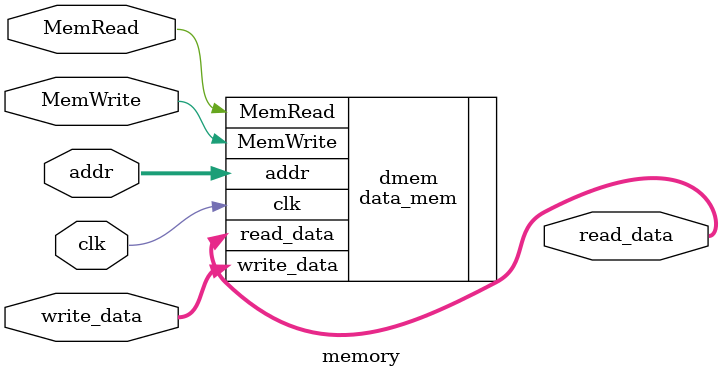
<source format=v>
module memory (
    input wire clk,
    input wire MemRead,
    input wire MemWrite,
    input wire [31:0] addr,
    input wire [31:0] write_data,
    output wire [31:0] read_data
);
    data_mem dmem (
        .clk(clk),
        .MemRead(MemRead),
        .MemWrite(MemWrite),
        .addr(addr),
        .write_data(write_data),
        .read_data(read_data)
    );
endmodule

</source>
